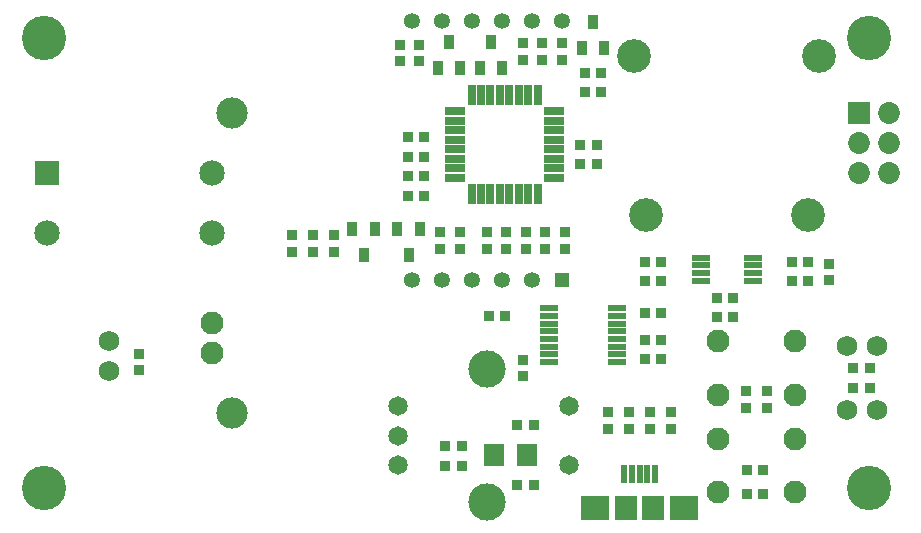
<source format=gts>
G04 (created by PCBNEW (2013-07-07 BZR 4022)-stable) date 11/5/2013 3:30:23 PM*
%MOIN*%
G04 Gerber Fmt 3.4, Leading zero omitted, Abs format*
%FSLAX34Y34*%
G01*
G70*
G90*
G04 APERTURE LIST*
%ADD10C,0.006*%
%ADD11C,0.0847*%
%ADD12C,0.0769*%
%ADD13C,0.1044*%
%ADD14R,0.0651X0.0257*%
%ADD15R,0.0257X0.0651*%
%ADD16C,0.1123*%
%ADD17R,0.0611X0.0198*%
%ADD18C,0.0768661*%
%ADD19R,0.0334646X0.0496063*%
%ADD20C,0.0650551*%
%ADD21C,0.12411*%
%ADD22R,0.0493071X0.0493071*%
%ADD23C,0.0532441*%
%ADD24R,0.0611181X0.021748*%
%ADD25R,0.021748X0.0611181*%
%ADD26R,0.0965512X0.0808031*%
%ADD27R,0.0768661X0.0808031*%
%ADD28R,0.0729291X0.0729291*%
%ADD29C,0.0729291*%
%ADD30R,0.0689921X0.0768661*%
%ADD31R,0.0335591X0.0335591*%
%ADD32C,0.0689921*%
%ADD33R,0.0847402X0.0847402*%
%ADD34C,0.0847402*%
%ADD35C,0.147732*%
G04 APERTURE END LIST*
G54D10*
G54D11*
X6831Y11750D03*
X6831Y9750D03*
G54D12*
X6831Y6750D03*
X6831Y5750D03*
G54D13*
X7500Y3750D03*
X7500Y13750D03*
G54D14*
X14946Y13802D03*
X14946Y13487D03*
X14946Y13172D03*
X14946Y12857D03*
X14946Y12543D03*
X14946Y12228D03*
X14946Y11913D03*
X14946Y11598D03*
G54D15*
X15498Y11046D03*
X15813Y11046D03*
X16128Y11046D03*
X16443Y11046D03*
X16757Y11046D03*
X17072Y11046D03*
X17387Y11046D03*
X17702Y11046D03*
G54D14*
X18254Y11598D03*
X18254Y11913D03*
X18254Y12228D03*
X18254Y12543D03*
X18254Y12857D03*
X18254Y13172D03*
X18254Y13487D03*
X18254Y13802D03*
G54D15*
X17702Y14354D03*
X17387Y14354D03*
X17072Y14354D03*
X16757Y14354D03*
X16443Y14354D03*
X16128Y14354D03*
X15813Y14354D03*
X15498Y14354D03*
G54D16*
X21303Y10343D03*
X26697Y10343D03*
X20909Y15657D03*
X27091Y15657D03*
G54D17*
X20332Y5454D03*
X20332Y5710D03*
X20332Y5966D03*
X20332Y6222D03*
X20332Y6478D03*
X20332Y6734D03*
X20332Y6990D03*
X20332Y7246D03*
X18068Y7246D03*
X18068Y6990D03*
X18068Y6734D03*
X18068Y6478D03*
X18068Y6222D03*
X18068Y5966D03*
X18068Y5710D03*
X18068Y5454D03*
G54D18*
X23720Y2885D03*
X26279Y2885D03*
X23720Y1114D03*
X26279Y1114D03*
X23720Y6135D03*
X26279Y6135D03*
X23720Y4364D03*
X26279Y4364D03*
G54D19*
X19175Y15916D03*
X19550Y16783D03*
X19924Y15916D03*
X15775Y15266D03*
X16150Y16133D03*
X16524Y15266D03*
X14375Y15266D03*
X14750Y16133D03*
X15124Y15266D03*
X13774Y9883D03*
X13400Y9016D03*
X13025Y9883D03*
X12274Y9883D03*
X11900Y9016D03*
X11525Y9883D03*
G54D20*
X18755Y2015D03*
X13047Y2015D03*
X13047Y3000D03*
X13047Y3984D03*
X18755Y3984D03*
G54D21*
X16000Y5204D03*
X16000Y795D03*
G54D22*
X18500Y8169D03*
G54D23*
X17500Y8169D03*
X16500Y8169D03*
X15500Y8169D03*
X14500Y8169D03*
X13500Y8169D03*
X13500Y16830D03*
X14500Y16830D03*
X15500Y16830D03*
X16500Y16830D03*
X17500Y16830D03*
X18500Y16830D03*
G54D24*
X24866Y8166D03*
X24866Y8422D03*
X24866Y8677D03*
X24866Y8933D03*
X23133Y8933D03*
X23133Y8677D03*
X23133Y8422D03*
X23133Y8166D03*
G54D25*
X20588Y1702D03*
X20844Y1702D03*
X21100Y1702D03*
X21355Y1702D03*
X21611Y1702D03*
G54D26*
X19623Y580D03*
X22576Y580D03*
G54D27*
X21552Y580D03*
X20647Y580D03*
G54D28*
X28400Y13750D03*
G54D29*
X29400Y13750D03*
X28400Y12750D03*
X29400Y12750D03*
X28400Y11750D03*
X29400Y11750D03*
G54D30*
X17351Y2350D03*
X16248Y2350D03*
G54D31*
X24674Y1850D03*
X25225Y1850D03*
X24674Y1050D03*
X25225Y1050D03*
X9500Y9675D03*
X9500Y9124D03*
X21825Y5550D03*
X21274Y5550D03*
X21825Y6200D03*
X21274Y6200D03*
X17575Y3350D03*
X17024Y3350D03*
X26725Y8800D03*
X26174Y8800D03*
X27400Y8174D03*
X27400Y8725D03*
X20050Y3775D03*
X20050Y3224D03*
X14624Y2650D03*
X15175Y2650D03*
X14624Y2000D03*
X15175Y2000D03*
X24650Y3924D03*
X24650Y4475D03*
X25350Y3924D03*
X25350Y4475D03*
X20750Y3224D03*
X20750Y3775D03*
X21450Y3224D03*
X21450Y3775D03*
X24225Y7600D03*
X23674Y7600D03*
X22150Y3775D03*
X22150Y3224D03*
X16074Y7000D03*
X16625Y7000D03*
X21274Y7100D03*
X21825Y7100D03*
X17200Y5525D03*
X17200Y4974D03*
X21274Y8800D03*
X21825Y8800D03*
X26725Y8150D03*
X26174Y8150D03*
X21825Y8150D03*
X21274Y8150D03*
X24225Y6950D03*
X23674Y6950D03*
X16000Y9775D03*
X16000Y9224D03*
X10900Y9124D03*
X10900Y9675D03*
X28224Y5250D03*
X28775Y5250D03*
X28224Y4600D03*
X28775Y4600D03*
X10200Y9124D03*
X10200Y9675D03*
X18500Y15524D03*
X18500Y16075D03*
X19274Y14450D03*
X19825Y14450D03*
X19274Y15100D03*
X19825Y15100D03*
X13925Y11000D03*
X13374Y11000D03*
X16650Y9775D03*
X16650Y9224D03*
X17950Y9775D03*
X17950Y9224D03*
X18600Y9775D03*
X18600Y9224D03*
X13925Y11650D03*
X13374Y11650D03*
X17575Y1350D03*
X17024Y1350D03*
X17300Y9775D03*
X17300Y9224D03*
X17850Y16075D03*
X17850Y15524D03*
X17200Y16075D03*
X17200Y15524D03*
X13100Y16025D03*
X13100Y15474D03*
X13750Y16025D03*
X13750Y15474D03*
X15100Y9224D03*
X15100Y9775D03*
X14450Y9224D03*
X14450Y9775D03*
X4400Y5174D03*
X4400Y5725D03*
X19675Y12700D03*
X19124Y12700D03*
X19675Y12050D03*
X19124Y12050D03*
X13374Y12950D03*
X13925Y12950D03*
X13374Y12300D03*
X13925Y12300D03*
G54D32*
X28000Y3850D03*
X29000Y3850D03*
X28000Y6000D03*
X29000Y6000D03*
X3400Y6150D03*
X3400Y5150D03*
G54D33*
X1350Y11750D03*
G54D34*
X1350Y9750D03*
G54D35*
X28750Y1250D03*
X28750Y16250D03*
X1250Y1250D03*
X1250Y16250D03*
M02*

</source>
